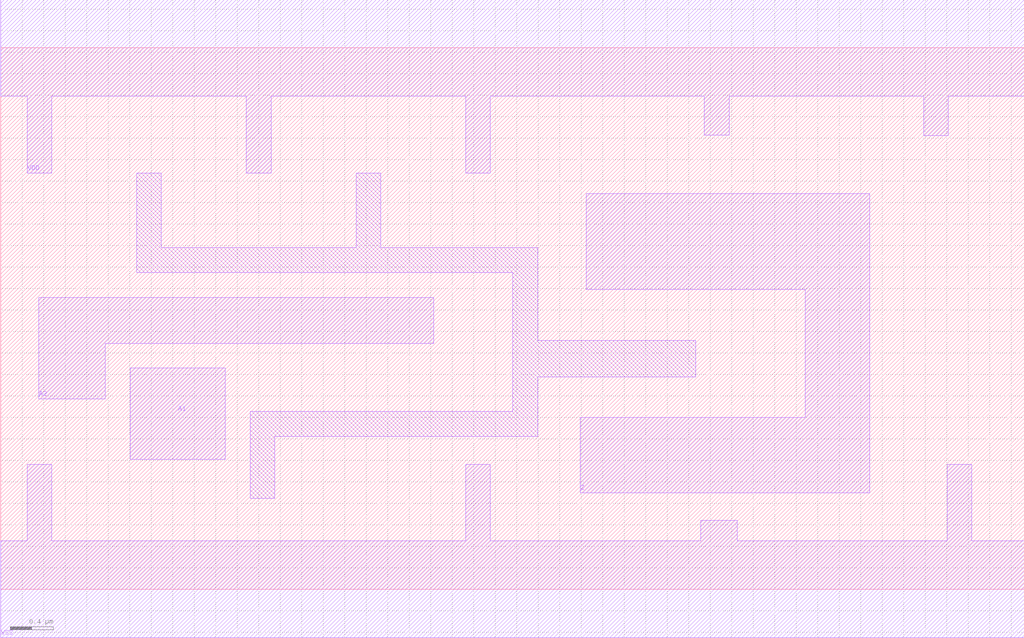
<source format=lef>
# Copyright 2022 GlobalFoundries PDK Authors
#
# Licensed under the Apache License, Version 2.0 (the "License");
# you may not use this file except in compliance with the License.
# You may obtain a copy of the License at
#
#      http://www.apache.org/licenses/LICENSE-2.0
#
# Unless required by applicable law or agreed to in writing, software
# distributed under the License is distributed on an "AS IS" BASIS,
# WITHOUT WARRANTIES OR CONDITIONS OF ANY KIND, either express or implied.
# See the License for the specific language governing permissions and
# limitations under the License.

MACRO gf180mcu_fd_sc_mcu9t5v0__and2_4
  CLASS core ;
  FOREIGN gf180mcu_fd_sc_mcu9t5v0__and2_4 0.0 0.0 ;
  ORIGIN 0 0 ;
  SYMMETRY X Y ;
  SITE GF018hv5v_green_sc9 ;
  SIZE 9.52 BY 5.04 ;
  PIN A1
    DIRECTION INPUT ;
    ANTENNAGATEAREA 3.224 ;
    PORT
      LAYER Metal1 ;
        POLYGON 1.205 1.21 2.09 1.21 2.09 2.06 1.205 2.06  ;
    END
  END A1
  PIN A2
    DIRECTION INPUT ;
    ANTENNAGATEAREA 3.224 ;
    PORT
      LAYER Metal1 ;
        POLYGON 0.355 1.77 0.97 1.77 0.97 2.29 4.03 2.29 4.03 2.715 0.355 2.715  ;
    END
  END A2
  PIN Z
    DIRECTION OUTPUT ;
    ANTENNADIFFAREA 3.276 ;
    PORT
      LAYER Metal1 ;
        POLYGON 5.445 2.79 6.465 2.79 7.485 2.79 7.485 1.6 5.39 1.6 5.39 0.9 8.085 0.9 8.085 3.685 6.465 3.685 5.445 3.685  ;
    END
  END Z
  PIN VDD
    DIRECTION INOUT ;
    USE power ;
    SHAPE ABUTMENT ;
    PORT
      LAYER Metal1 ;
        POLYGON 0 4.59 0.245 4.59 0.245 3.875 0.475 3.875 0.475 4.59 2.285 4.59 2.285 3.875 2.515 3.875 2.515 4.59 4.325 4.59 4.325 3.875 4.555 3.875 4.555 4.59 6.465 4.59 6.545 4.59 6.545 4.23 6.775 4.23 6.775 4.59 8.585 4.59 8.585 4.225 8.815 4.225 8.815 4.59 9.52 4.59 9.52 5.49 6.465 5.49 0 5.49  ;
    END
  END VDD
  PIN VSS
    DIRECTION INOUT ;
    USE ground ;
    SHAPE ABUTMENT ;
    PORT
      LAYER Metal1 ;
        POLYGON 0 -0.45 9.52 -0.45 9.52 0.45 9.035 0.45 9.035 1.165 8.805 1.165 8.805 0.45 6.85 0.45 6.85 0.64 6.51 0.64 6.51 0.45 4.555 0.45 4.555 1.165 4.325 1.165 4.325 0.45 0.475 0.45 0.475 1.165 0.245 1.165 0.245 0.45 0 0.45  ;
    END
  END VSS
  OBS
      LAYER Metal1 ;
        POLYGON 1.265 2.95 4.765 2.95 4.765 1.655 2.32 1.655 2.32 0.845 2.55 0.845 2.55 1.425 4.995 1.425 4.995 1.975 6.465 1.975 6.465 2.315 4.995 2.315 4.995 3.18 3.535 3.18 3.535 3.875 3.305 3.875 3.305 3.18 1.495 3.18 1.495 3.875 1.265 3.875  ;
  END
END gf180mcu_fd_sc_mcu9t5v0__and2_4

</source>
